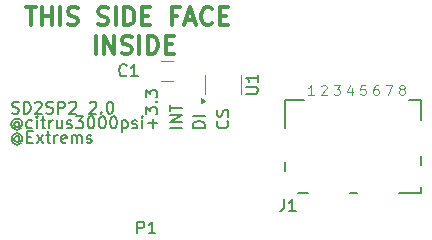
<source format=gto>
G04 #@! TF.GenerationSoftware,KiCad,Pcbnew,8.0.2*
G04 #@! TF.CreationDate,2024-05-30T00:05:45-04:00*
G04 #@! TF.ProjectId,gc_sp2,67635f73-7032-42e6-9b69-6361645f7063,rev?*
G04 #@! TF.SameCoordinates,Original*
G04 #@! TF.FileFunction,Legend,Top*
G04 #@! TF.FilePolarity,Positive*
%FSLAX46Y46*%
G04 Gerber Fmt 4.6, Leading zero omitted, Abs format (unit mm)*
G04 Created by KiCad (PCBNEW 8.0.2) date 2024-05-30 00:05:45*
%MOMM*%
%LPD*%
G01*
G04 APERTURE LIST*
%ADD10C,0.300000*%
%ADD11C,0.100000*%
%ADD12C,0.150000*%
%ADD13C,0.120000*%
%ADD14C,0.152400*%
G04 APERTURE END LIST*
D10*
X64785715Y-101970870D02*
X65642858Y-101970870D01*
X65214286Y-103470870D02*
X65214286Y-101970870D01*
X66142857Y-103470870D02*
X66142857Y-101970870D01*
X66142857Y-102685156D02*
X67000000Y-102685156D01*
X67000000Y-103470870D02*
X67000000Y-101970870D01*
X67714286Y-103470870D02*
X67714286Y-101970870D01*
X68357144Y-103399442D02*
X68571430Y-103470870D01*
X68571430Y-103470870D02*
X68928572Y-103470870D01*
X68928572Y-103470870D02*
X69071430Y-103399442D01*
X69071430Y-103399442D02*
X69142858Y-103328013D01*
X69142858Y-103328013D02*
X69214287Y-103185156D01*
X69214287Y-103185156D02*
X69214287Y-103042299D01*
X69214287Y-103042299D02*
X69142858Y-102899442D01*
X69142858Y-102899442D02*
X69071430Y-102828013D01*
X69071430Y-102828013D02*
X68928572Y-102756584D01*
X68928572Y-102756584D02*
X68642858Y-102685156D01*
X68642858Y-102685156D02*
X68500001Y-102613727D01*
X68500001Y-102613727D02*
X68428572Y-102542299D01*
X68428572Y-102542299D02*
X68357144Y-102399442D01*
X68357144Y-102399442D02*
X68357144Y-102256584D01*
X68357144Y-102256584D02*
X68428572Y-102113727D01*
X68428572Y-102113727D02*
X68500001Y-102042299D01*
X68500001Y-102042299D02*
X68642858Y-101970870D01*
X68642858Y-101970870D02*
X69000001Y-101970870D01*
X69000001Y-101970870D02*
X69214287Y-102042299D01*
X70928572Y-103399442D02*
X71142858Y-103470870D01*
X71142858Y-103470870D02*
X71500000Y-103470870D01*
X71500000Y-103470870D02*
X71642858Y-103399442D01*
X71642858Y-103399442D02*
X71714286Y-103328013D01*
X71714286Y-103328013D02*
X71785715Y-103185156D01*
X71785715Y-103185156D02*
X71785715Y-103042299D01*
X71785715Y-103042299D02*
X71714286Y-102899442D01*
X71714286Y-102899442D02*
X71642858Y-102828013D01*
X71642858Y-102828013D02*
X71500000Y-102756584D01*
X71500000Y-102756584D02*
X71214286Y-102685156D01*
X71214286Y-102685156D02*
X71071429Y-102613727D01*
X71071429Y-102613727D02*
X71000000Y-102542299D01*
X71000000Y-102542299D02*
X70928572Y-102399442D01*
X70928572Y-102399442D02*
X70928572Y-102256584D01*
X70928572Y-102256584D02*
X71000000Y-102113727D01*
X71000000Y-102113727D02*
X71071429Y-102042299D01*
X71071429Y-102042299D02*
X71214286Y-101970870D01*
X71214286Y-101970870D02*
X71571429Y-101970870D01*
X71571429Y-101970870D02*
X71785715Y-102042299D01*
X72428571Y-103470870D02*
X72428571Y-101970870D01*
X73142857Y-103470870D02*
X73142857Y-101970870D01*
X73142857Y-101970870D02*
X73500000Y-101970870D01*
X73500000Y-101970870D02*
X73714286Y-102042299D01*
X73714286Y-102042299D02*
X73857143Y-102185156D01*
X73857143Y-102185156D02*
X73928572Y-102328013D01*
X73928572Y-102328013D02*
X74000000Y-102613727D01*
X74000000Y-102613727D02*
X74000000Y-102828013D01*
X74000000Y-102828013D02*
X73928572Y-103113727D01*
X73928572Y-103113727D02*
X73857143Y-103256584D01*
X73857143Y-103256584D02*
X73714286Y-103399442D01*
X73714286Y-103399442D02*
X73500000Y-103470870D01*
X73500000Y-103470870D02*
X73142857Y-103470870D01*
X74642857Y-102685156D02*
X75142857Y-102685156D01*
X75357143Y-103470870D02*
X74642857Y-103470870D01*
X74642857Y-103470870D02*
X74642857Y-101970870D01*
X74642857Y-101970870D02*
X75357143Y-101970870D01*
X77642857Y-102685156D02*
X77142857Y-102685156D01*
X77142857Y-103470870D02*
X77142857Y-101970870D01*
X77142857Y-101970870D02*
X77857143Y-101970870D01*
X78357143Y-103042299D02*
X79071429Y-103042299D01*
X78214286Y-103470870D02*
X78714286Y-101970870D01*
X78714286Y-101970870D02*
X79214286Y-103470870D01*
X80571428Y-103328013D02*
X80500000Y-103399442D01*
X80500000Y-103399442D02*
X80285714Y-103470870D01*
X80285714Y-103470870D02*
X80142857Y-103470870D01*
X80142857Y-103470870D02*
X79928571Y-103399442D01*
X79928571Y-103399442D02*
X79785714Y-103256584D01*
X79785714Y-103256584D02*
X79714285Y-103113727D01*
X79714285Y-103113727D02*
X79642857Y-102828013D01*
X79642857Y-102828013D02*
X79642857Y-102613727D01*
X79642857Y-102613727D02*
X79714285Y-102328013D01*
X79714285Y-102328013D02*
X79785714Y-102185156D01*
X79785714Y-102185156D02*
X79928571Y-102042299D01*
X79928571Y-102042299D02*
X80142857Y-101970870D01*
X80142857Y-101970870D02*
X80285714Y-101970870D01*
X80285714Y-101970870D02*
X80500000Y-102042299D01*
X80500000Y-102042299D02*
X80571428Y-102113727D01*
X81214285Y-102685156D02*
X81714285Y-102685156D01*
X81928571Y-103470870D02*
X81214285Y-103470870D01*
X81214285Y-103470870D02*
X81214285Y-101970870D01*
X81214285Y-101970870D02*
X81928571Y-101970870D01*
X70714285Y-105885786D02*
X70714285Y-104385786D01*
X71428571Y-105885786D02*
X71428571Y-104385786D01*
X71428571Y-104385786D02*
X72285714Y-105885786D01*
X72285714Y-105885786D02*
X72285714Y-104385786D01*
X72928572Y-105814358D02*
X73142858Y-105885786D01*
X73142858Y-105885786D02*
X73500000Y-105885786D01*
X73500000Y-105885786D02*
X73642858Y-105814358D01*
X73642858Y-105814358D02*
X73714286Y-105742929D01*
X73714286Y-105742929D02*
X73785715Y-105600072D01*
X73785715Y-105600072D02*
X73785715Y-105457215D01*
X73785715Y-105457215D02*
X73714286Y-105314358D01*
X73714286Y-105314358D02*
X73642858Y-105242929D01*
X73642858Y-105242929D02*
X73500000Y-105171500D01*
X73500000Y-105171500D02*
X73214286Y-105100072D01*
X73214286Y-105100072D02*
X73071429Y-105028643D01*
X73071429Y-105028643D02*
X73000000Y-104957215D01*
X73000000Y-104957215D02*
X72928572Y-104814358D01*
X72928572Y-104814358D02*
X72928572Y-104671500D01*
X72928572Y-104671500D02*
X73000000Y-104528643D01*
X73000000Y-104528643D02*
X73071429Y-104457215D01*
X73071429Y-104457215D02*
X73214286Y-104385786D01*
X73214286Y-104385786D02*
X73571429Y-104385786D01*
X73571429Y-104385786D02*
X73785715Y-104457215D01*
X74428571Y-105885786D02*
X74428571Y-104385786D01*
X75142857Y-105885786D02*
X75142857Y-104385786D01*
X75142857Y-104385786D02*
X75500000Y-104385786D01*
X75500000Y-104385786D02*
X75714286Y-104457215D01*
X75714286Y-104457215D02*
X75857143Y-104600072D01*
X75857143Y-104600072D02*
X75928572Y-104742929D01*
X75928572Y-104742929D02*
X76000000Y-105028643D01*
X76000000Y-105028643D02*
X76000000Y-105242929D01*
X76000000Y-105242929D02*
X75928572Y-105528643D01*
X75928572Y-105528643D02*
X75857143Y-105671500D01*
X75857143Y-105671500D02*
X75714286Y-105814358D01*
X75714286Y-105814358D02*
X75500000Y-105885786D01*
X75500000Y-105885786D02*
X75142857Y-105885786D01*
X76642857Y-105100072D02*
X77142857Y-105100072D01*
X77357143Y-105885786D02*
X76642857Y-105885786D01*
X76642857Y-105885786D02*
X76642857Y-104385786D01*
X76642857Y-104385786D02*
X77357143Y-104385786D01*
D11*
X89178571Y-109364895D02*
X88721428Y-109364895D01*
X88950000Y-109364895D02*
X88950000Y-108564895D01*
X88950000Y-108564895D02*
X88873809Y-108679180D01*
X88873809Y-108679180D02*
X88797619Y-108755371D01*
X88797619Y-108755371D02*
X88721428Y-108793466D01*
X89821428Y-108641085D02*
X89859524Y-108602990D01*
X89859524Y-108602990D02*
X89935714Y-108564895D01*
X89935714Y-108564895D02*
X90126190Y-108564895D01*
X90126190Y-108564895D02*
X90202381Y-108602990D01*
X90202381Y-108602990D02*
X90240476Y-108641085D01*
X90240476Y-108641085D02*
X90278571Y-108717276D01*
X90278571Y-108717276D02*
X90278571Y-108793466D01*
X90278571Y-108793466D02*
X90240476Y-108907752D01*
X90240476Y-108907752D02*
X89783333Y-109364895D01*
X89783333Y-109364895D02*
X90278571Y-109364895D01*
X90883333Y-108564895D02*
X91378571Y-108564895D01*
X91378571Y-108564895D02*
X91111905Y-108869657D01*
X91111905Y-108869657D02*
X91226190Y-108869657D01*
X91226190Y-108869657D02*
X91302381Y-108907752D01*
X91302381Y-108907752D02*
X91340476Y-108945847D01*
X91340476Y-108945847D02*
X91378571Y-109022038D01*
X91378571Y-109022038D02*
X91378571Y-109212514D01*
X91378571Y-109212514D02*
X91340476Y-109288704D01*
X91340476Y-109288704D02*
X91302381Y-109326800D01*
X91302381Y-109326800D02*
X91226190Y-109364895D01*
X91226190Y-109364895D02*
X90997619Y-109364895D01*
X90997619Y-109364895D02*
X90921428Y-109326800D01*
X90921428Y-109326800D02*
X90883333Y-109288704D01*
X92402381Y-108831561D02*
X92402381Y-109364895D01*
X92211905Y-108526800D02*
X92021428Y-109098228D01*
X92021428Y-109098228D02*
X92516667Y-109098228D01*
X93540476Y-108564895D02*
X93159524Y-108564895D01*
X93159524Y-108564895D02*
X93121428Y-108945847D01*
X93121428Y-108945847D02*
X93159524Y-108907752D01*
X93159524Y-108907752D02*
X93235714Y-108869657D01*
X93235714Y-108869657D02*
X93426190Y-108869657D01*
X93426190Y-108869657D02*
X93502381Y-108907752D01*
X93502381Y-108907752D02*
X93540476Y-108945847D01*
X93540476Y-108945847D02*
X93578571Y-109022038D01*
X93578571Y-109022038D02*
X93578571Y-109212514D01*
X93578571Y-109212514D02*
X93540476Y-109288704D01*
X93540476Y-109288704D02*
X93502381Y-109326800D01*
X93502381Y-109326800D02*
X93426190Y-109364895D01*
X93426190Y-109364895D02*
X93235714Y-109364895D01*
X93235714Y-109364895D02*
X93159524Y-109326800D01*
X93159524Y-109326800D02*
X93121428Y-109288704D01*
X94602381Y-108564895D02*
X94450000Y-108564895D01*
X94450000Y-108564895D02*
X94373809Y-108602990D01*
X94373809Y-108602990D02*
X94335714Y-108641085D01*
X94335714Y-108641085D02*
X94259524Y-108755371D01*
X94259524Y-108755371D02*
X94221428Y-108907752D01*
X94221428Y-108907752D02*
X94221428Y-109212514D01*
X94221428Y-109212514D02*
X94259524Y-109288704D01*
X94259524Y-109288704D02*
X94297619Y-109326800D01*
X94297619Y-109326800D02*
X94373809Y-109364895D01*
X94373809Y-109364895D02*
X94526190Y-109364895D01*
X94526190Y-109364895D02*
X94602381Y-109326800D01*
X94602381Y-109326800D02*
X94640476Y-109288704D01*
X94640476Y-109288704D02*
X94678571Y-109212514D01*
X94678571Y-109212514D02*
X94678571Y-109022038D01*
X94678571Y-109022038D02*
X94640476Y-108945847D01*
X94640476Y-108945847D02*
X94602381Y-108907752D01*
X94602381Y-108907752D02*
X94526190Y-108869657D01*
X94526190Y-108869657D02*
X94373809Y-108869657D01*
X94373809Y-108869657D02*
X94297619Y-108907752D01*
X94297619Y-108907752D02*
X94259524Y-108945847D01*
X94259524Y-108945847D02*
X94221428Y-109022038D01*
X95283333Y-108564895D02*
X95816667Y-108564895D01*
X95816667Y-108564895D02*
X95473809Y-109364895D01*
D12*
X79954819Y-112163220D02*
X78954819Y-112163220D01*
X78954819Y-112163220D02*
X78954819Y-111925125D01*
X78954819Y-111925125D02*
X79002438Y-111782268D01*
X79002438Y-111782268D02*
X79097676Y-111687030D01*
X79097676Y-111687030D02*
X79192914Y-111639411D01*
X79192914Y-111639411D02*
X79383390Y-111591792D01*
X79383390Y-111591792D02*
X79526247Y-111591792D01*
X79526247Y-111591792D02*
X79716723Y-111639411D01*
X79716723Y-111639411D02*
X79811961Y-111687030D01*
X79811961Y-111687030D02*
X79907200Y-111782268D01*
X79907200Y-111782268D02*
X79954819Y-111925125D01*
X79954819Y-111925125D02*
X79954819Y-112163220D01*
X79954819Y-111163220D02*
X78954819Y-111163220D01*
X78054819Y-112163220D02*
X77054819Y-112163220D01*
X78054819Y-111687030D02*
X77054819Y-111687030D01*
X77054819Y-111687030D02*
X78054819Y-111115602D01*
X78054819Y-111115602D02*
X77054819Y-111115602D01*
X77054819Y-110782268D02*
X77054819Y-110210840D01*
X78054819Y-110496554D02*
X77054819Y-110496554D01*
X75573866Y-112163220D02*
X75573866Y-111401316D01*
X75954819Y-111782268D02*
X75192914Y-111782268D01*
X74954819Y-111020363D02*
X74954819Y-110401316D01*
X74954819Y-110401316D02*
X75335771Y-110734649D01*
X75335771Y-110734649D02*
X75335771Y-110591792D01*
X75335771Y-110591792D02*
X75383390Y-110496554D01*
X75383390Y-110496554D02*
X75431009Y-110448935D01*
X75431009Y-110448935D02*
X75526247Y-110401316D01*
X75526247Y-110401316D02*
X75764342Y-110401316D01*
X75764342Y-110401316D02*
X75859580Y-110448935D01*
X75859580Y-110448935D02*
X75907200Y-110496554D01*
X75907200Y-110496554D02*
X75954819Y-110591792D01*
X75954819Y-110591792D02*
X75954819Y-110877506D01*
X75954819Y-110877506D02*
X75907200Y-110972744D01*
X75907200Y-110972744D02*
X75859580Y-111020363D01*
X75859580Y-109972744D02*
X75907200Y-109925125D01*
X75907200Y-109925125D02*
X75954819Y-109972744D01*
X75954819Y-109972744D02*
X75907200Y-110020363D01*
X75907200Y-110020363D02*
X75859580Y-109972744D01*
X75859580Y-109972744D02*
X75954819Y-109972744D01*
X74954819Y-109591792D02*
X74954819Y-108972745D01*
X74954819Y-108972745D02*
X75335771Y-109306078D01*
X75335771Y-109306078D02*
X75335771Y-109163221D01*
X75335771Y-109163221D02*
X75383390Y-109067983D01*
X75383390Y-109067983D02*
X75431009Y-109020364D01*
X75431009Y-109020364D02*
X75526247Y-108972745D01*
X75526247Y-108972745D02*
X75764342Y-108972745D01*
X75764342Y-108972745D02*
X75859580Y-109020364D01*
X75859580Y-109020364D02*
X75907200Y-109067983D01*
X75907200Y-109067983D02*
X75954819Y-109163221D01*
X75954819Y-109163221D02*
X75954819Y-109448935D01*
X75954819Y-109448935D02*
X75907200Y-109544173D01*
X75907200Y-109544173D02*
X75859580Y-109591792D01*
X64234648Y-111728628D02*
X64187029Y-111681009D01*
X64187029Y-111681009D02*
X64091791Y-111633390D01*
X64091791Y-111633390D02*
X63996553Y-111633390D01*
X63996553Y-111633390D02*
X63901315Y-111681009D01*
X63901315Y-111681009D02*
X63853696Y-111728628D01*
X63853696Y-111728628D02*
X63806077Y-111823866D01*
X63806077Y-111823866D02*
X63806077Y-111919104D01*
X63806077Y-111919104D02*
X63853696Y-112014342D01*
X63853696Y-112014342D02*
X63901315Y-112061961D01*
X63901315Y-112061961D02*
X63996553Y-112109580D01*
X63996553Y-112109580D02*
X64091791Y-112109580D01*
X64091791Y-112109580D02*
X64187029Y-112061961D01*
X64187029Y-112061961D02*
X64234648Y-112014342D01*
X64234648Y-111633390D02*
X64234648Y-112014342D01*
X64234648Y-112014342D02*
X64282267Y-112061961D01*
X64282267Y-112061961D02*
X64329886Y-112061961D01*
X64329886Y-112061961D02*
X64425125Y-112014342D01*
X64425125Y-112014342D02*
X64472744Y-111919104D01*
X64472744Y-111919104D02*
X64472744Y-111681009D01*
X64472744Y-111681009D02*
X64377506Y-111538152D01*
X64377506Y-111538152D02*
X64234648Y-111442914D01*
X64234648Y-111442914D02*
X64044172Y-111395295D01*
X64044172Y-111395295D02*
X63853696Y-111442914D01*
X63853696Y-111442914D02*
X63710839Y-111538152D01*
X63710839Y-111538152D02*
X63615601Y-111681009D01*
X63615601Y-111681009D02*
X63567982Y-111871485D01*
X63567982Y-111871485D02*
X63615601Y-112061961D01*
X63615601Y-112061961D02*
X63710839Y-112204819D01*
X63710839Y-112204819D02*
X63853696Y-112300057D01*
X63853696Y-112300057D02*
X64044172Y-112347676D01*
X64044172Y-112347676D02*
X64234648Y-112300057D01*
X64234648Y-112300057D02*
X64377506Y-112204819D01*
X65329886Y-112157200D02*
X65234648Y-112204819D01*
X65234648Y-112204819D02*
X65044172Y-112204819D01*
X65044172Y-112204819D02*
X64948934Y-112157200D01*
X64948934Y-112157200D02*
X64901315Y-112109580D01*
X64901315Y-112109580D02*
X64853696Y-112014342D01*
X64853696Y-112014342D02*
X64853696Y-111728628D01*
X64853696Y-111728628D02*
X64901315Y-111633390D01*
X64901315Y-111633390D02*
X64948934Y-111585771D01*
X64948934Y-111585771D02*
X65044172Y-111538152D01*
X65044172Y-111538152D02*
X65234648Y-111538152D01*
X65234648Y-111538152D02*
X65329886Y-111585771D01*
X65758458Y-112204819D02*
X65758458Y-111538152D01*
X65758458Y-111204819D02*
X65710839Y-111252438D01*
X65710839Y-111252438D02*
X65758458Y-111300057D01*
X65758458Y-111300057D02*
X65806077Y-111252438D01*
X65806077Y-111252438D02*
X65758458Y-111204819D01*
X65758458Y-111204819D02*
X65758458Y-111300057D01*
X66091791Y-111538152D02*
X66472743Y-111538152D01*
X66234648Y-111204819D02*
X66234648Y-112061961D01*
X66234648Y-112061961D02*
X66282267Y-112157200D01*
X66282267Y-112157200D02*
X66377505Y-112204819D01*
X66377505Y-112204819D02*
X66472743Y-112204819D01*
X66806077Y-112204819D02*
X66806077Y-111538152D01*
X66806077Y-111728628D02*
X66853696Y-111633390D01*
X66853696Y-111633390D02*
X66901315Y-111585771D01*
X66901315Y-111585771D02*
X66996553Y-111538152D01*
X66996553Y-111538152D02*
X67091791Y-111538152D01*
X67853696Y-111538152D02*
X67853696Y-112204819D01*
X67425125Y-111538152D02*
X67425125Y-112061961D01*
X67425125Y-112061961D02*
X67472744Y-112157200D01*
X67472744Y-112157200D02*
X67567982Y-112204819D01*
X67567982Y-112204819D02*
X67710839Y-112204819D01*
X67710839Y-112204819D02*
X67806077Y-112157200D01*
X67806077Y-112157200D02*
X67853696Y-112109580D01*
X68282268Y-112157200D02*
X68377506Y-112204819D01*
X68377506Y-112204819D02*
X68567982Y-112204819D01*
X68567982Y-112204819D02*
X68663220Y-112157200D01*
X68663220Y-112157200D02*
X68710839Y-112061961D01*
X68710839Y-112061961D02*
X68710839Y-112014342D01*
X68710839Y-112014342D02*
X68663220Y-111919104D01*
X68663220Y-111919104D02*
X68567982Y-111871485D01*
X68567982Y-111871485D02*
X68425125Y-111871485D01*
X68425125Y-111871485D02*
X68329887Y-111823866D01*
X68329887Y-111823866D02*
X68282268Y-111728628D01*
X68282268Y-111728628D02*
X68282268Y-111681009D01*
X68282268Y-111681009D02*
X68329887Y-111585771D01*
X68329887Y-111585771D02*
X68425125Y-111538152D01*
X68425125Y-111538152D02*
X68567982Y-111538152D01*
X68567982Y-111538152D02*
X68663220Y-111585771D01*
X69044173Y-111204819D02*
X69663220Y-111204819D01*
X69663220Y-111204819D02*
X69329887Y-111585771D01*
X69329887Y-111585771D02*
X69472744Y-111585771D01*
X69472744Y-111585771D02*
X69567982Y-111633390D01*
X69567982Y-111633390D02*
X69615601Y-111681009D01*
X69615601Y-111681009D02*
X69663220Y-111776247D01*
X69663220Y-111776247D02*
X69663220Y-112014342D01*
X69663220Y-112014342D02*
X69615601Y-112109580D01*
X69615601Y-112109580D02*
X69567982Y-112157200D01*
X69567982Y-112157200D02*
X69472744Y-112204819D01*
X69472744Y-112204819D02*
X69187030Y-112204819D01*
X69187030Y-112204819D02*
X69091792Y-112157200D01*
X69091792Y-112157200D02*
X69044173Y-112109580D01*
X70282268Y-111204819D02*
X70377506Y-111204819D01*
X70377506Y-111204819D02*
X70472744Y-111252438D01*
X70472744Y-111252438D02*
X70520363Y-111300057D01*
X70520363Y-111300057D02*
X70567982Y-111395295D01*
X70567982Y-111395295D02*
X70615601Y-111585771D01*
X70615601Y-111585771D02*
X70615601Y-111823866D01*
X70615601Y-111823866D02*
X70567982Y-112014342D01*
X70567982Y-112014342D02*
X70520363Y-112109580D01*
X70520363Y-112109580D02*
X70472744Y-112157200D01*
X70472744Y-112157200D02*
X70377506Y-112204819D01*
X70377506Y-112204819D02*
X70282268Y-112204819D01*
X70282268Y-112204819D02*
X70187030Y-112157200D01*
X70187030Y-112157200D02*
X70139411Y-112109580D01*
X70139411Y-112109580D02*
X70091792Y-112014342D01*
X70091792Y-112014342D02*
X70044173Y-111823866D01*
X70044173Y-111823866D02*
X70044173Y-111585771D01*
X70044173Y-111585771D02*
X70091792Y-111395295D01*
X70091792Y-111395295D02*
X70139411Y-111300057D01*
X70139411Y-111300057D02*
X70187030Y-111252438D01*
X70187030Y-111252438D02*
X70282268Y-111204819D01*
X71234649Y-111204819D02*
X71329887Y-111204819D01*
X71329887Y-111204819D02*
X71425125Y-111252438D01*
X71425125Y-111252438D02*
X71472744Y-111300057D01*
X71472744Y-111300057D02*
X71520363Y-111395295D01*
X71520363Y-111395295D02*
X71567982Y-111585771D01*
X71567982Y-111585771D02*
X71567982Y-111823866D01*
X71567982Y-111823866D02*
X71520363Y-112014342D01*
X71520363Y-112014342D02*
X71472744Y-112109580D01*
X71472744Y-112109580D02*
X71425125Y-112157200D01*
X71425125Y-112157200D02*
X71329887Y-112204819D01*
X71329887Y-112204819D02*
X71234649Y-112204819D01*
X71234649Y-112204819D02*
X71139411Y-112157200D01*
X71139411Y-112157200D02*
X71091792Y-112109580D01*
X71091792Y-112109580D02*
X71044173Y-112014342D01*
X71044173Y-112014342D02*
X70996554Y-111823866D01*
X70996554Y-111823866D02*
X70996554Y-111585771D01*
X70996554Y-111585771D02*
X71044173Y-111395295D01*
X71044173Y-111395295D02*
X71091792Y-111300057D01*
X71091792Y-111300057D02*
X71139411Y-111252438D01*
X71139411Y-111252438D02*
X71234649Y-111204819D01*
X72187030Y-111204819D02*
X72282268Y-111204819D01*
X72282268Y-111204819D02*
X72377506Y-111252438D01*
X72377506Y-111252438D02*
X72425125Y-111300057D01*
X72425125Y-111300057D02*
X72472744Y-111395295D01*
X72472744Y-111395295D02*
X72520363Y-111585771D01*
X72520363Y-111585771D02*
X72520363Y-111823866D01*
X72520363Y-111823866D02*
X72472744Y-112014342D01*
X72472744Y-112014342D02*
X72425125Y-112109580D01*
X72425125Y-112109580D02*
X72377506Y-112157200D01*
X72377506Y-112157200D02*
X72282268Y-112204819D01*
X72282268Y-112204819D02*
X72187030Y-112204819D01*
X72187030Y-112204819D02*
X72091792Y-112157200D01*
X72091792Y-112157200D02*
X72044173Y-112109580D01*
X72044173Y-112109580D02*
X71996554Y-112014342D01*
X71996554Y-112014342D02*
X71948935Y-111823866D01*
X71948935Y-111823866D02*
X71948935Y-111585771D01*
X71948935Y-111585771D02*
X71996554Y-111395295D01*
X71996554Y-111395295D02*
X72044173Y-111300057D01*
X72044173Y-111300057D02*
X72091792Y-111252438D01*
X72091792Y-111252438D02*
X72187030Y-111204819D01*
X72948935Y-111538152D02*
X72948935Y-112538152D01*
X72948935Y-111585771D02*
X73044173Y-111538152D01*
X73044173Y-111538152D02*
X73234649Y-111538152D01*
X73234649Y-111538152D02*
X73329887Y-111585771D01*
X73329887Y-111585771D02*
X73377506Y-111633390D01*
X73377506Y-111633390D02*
X73425125Y-111728628D01*
X73425125Y-111728628D02*
X73425125Y-112014342D01*
X73425125Y-112014342D02*
X73377506Y-112109580D01*
X73377506Y-112109580D02*
X73329887Y-112157200D01*
X73329887Y-112157200D02*
X73234649Y-112204819D01*
X73234649Y-112204819D02*
X73044173Y-112204819D01*
X73044173Y-112204819D02*
X72948935Y-112157200D01*
X73806078Y-112157200D02*
X73901316Y-112204819D01*
X73901316Y-112204819D02*
X74091792Y-112204819D01*
X74091792Y-112204819D02*
X74187030Y-112157200D01*
X74187030Y-112157200D02*
X74234649Y-112061961D01*
X74234649Y-112061961D02*
X74234649Y-112014342D01*
X74234649Y-112014342D02*
X74187030Y-111919104D01*
X74187030Y-111919104D02*
X74091792Y-111871485D01*
X74091792Y-111871485D02*
X73948935Y-111871485D01*
X73948935Y-111871485D02*
X73853697Y-111823866D01*
X73853697Y-111823866D02*
X73806078Y-111728628D01*
X73806078Y-111728628D02*
X73806078Y-111681009D01*
X73806078Y-111681009D02*
X73853697Y-111585771D01*
X73853697Y-111585771D02*
X73948935Y-111538152D01*
X73948935Y-111538152D02*
X74091792Y-111538152D01*
X74091792Y-111538152D02*
X74187030Y-111585771D01*
X74663221Y-112204819D02*
X74663221Y-111538152D01*
X74663221Y-111204819D02*
X74615602Y-111252438D01*
X74615602Y-111252438D02*
X74663221Y-111300057D01*
X74663221Y-111300057D02*
X74710840Y-111252438D01*
X74710840Y-111252438D02*
X74663221Y-111204819D01*
X74663221Y-111204819D02*
X74663221Y-111300057D01*
X81859580Y-111591792D02*
X81907200Y-111639411D01*
X81907200Y-111639411D02*
X81954819Y-111782268D01*
X81954819Y-111782268D02*
X81954819Y-111877506D01*
X81954819Y-111877506D02*
X81907200Y-112020363D01*
X81907200Y-112020363D02*
X81811961Y-112115601D01*
X81811961Y-112115601D02*
X81716723Y-112163220D01*
X81716723Y-112163220D02*
X81526247Y-112210839D01*
X81526247Y-112210839D02*
X81383390Y-112210839D01*
X81383390Y-112210839D02*
X81192914Y-112163220D01*
X81192914Y-112163220D02*
X81097676Y-112115601D01*
X81097676Y-112115601D02*
X81002438Y-112020363D01*
X81002438Y-112020363D02*
X80954819Y-111877506D01*
X80954819Y-111877506D02*
X80954819Y-111782268D01*
X80954819Y-111782268D02*
X81002438Y-111639411D01*
X81002438Y-111639411D02*
X81050057Y-111591792D01*
X81907200Y-111210839D02*
X81954819Y-111067982D01*
X81954819Y-111067982D02*
X81954819Y-110829887D01*
X81954819Y-110829887D02*
X81907200Y-110734649D01*
X81907200Y-110734649D02*
X81859580Y-110687030D01*
X81859580Y-110687030D02*
X81764342Y-110639411D01*
X81764342Y-110639411D02*
X81669104Y-110639411D01*
X81669104Y-110639411D02*
X81573866Y-110687030D01*
X81573866Y-110687030D02*
X81526247Y-110734649D01*
X81526247Y-110734649D02*
X81478628Y-110829887D01*
X81478628Y-110829887D02*
X81431009Y-111020363D01*
X81431009Y-111020363D02*
X81383390Y-111115601D01*
X81383390Y-111115601D02*
X81335771Y-111163220D01*
X81335771Y-111163220D02*
X81240533Y-111210839D01*
X81240533Y-111210839D02*
X81145295Y-111210839D01*
X81145295Y-111210839D02*
X81050057Y-111163220D01*
X81050057Y-111163220D02*
X81002438Y-111115601D01*
X81002438Y-111115601D02*
X80954819Y-111020363D01*
X80954819Y-111020363D02*
X80954819Y-110782268D01*
X80954819Y-110782268D02*
X81002438Y-110639411D01*
D11*
X96573809Y-108907752D02*
X96497619Y-108869657D01*
X96497619Y-108869657D02*
X96459524Y-108831561D01*
X96459524Y-108831561D02*
X96421428Y-108755371D01*
X96421428Y-108755371D02*
X96421428Y-108717276D01*
X96421428Y-108717276D02*
X96459524Y-108641085D01*
X96459524Y-108641085D02*
X96497619Y-108602990D01*
X96497619Y-108602990D02*
X96573809Y-108564895D01*
X96573809Y-108564895D02*
X96726190Y-108564895D01*
X96726190Y-108564895D02*
X96802381Y-108602990D01*
X96802381Y-108602990D02*
X96840476Y-108641085D01*
X96840476Y-108641085D02*
X96878571Y-108717276D01*
X96878571Y-108717276D02*
X96878571Y-108755371D01*
X96878571Y-108755371D02*
X96840476Y-108831561D01*
X96840476Y-108831561D02*
X96802381Y-108869657D01*
X96802381Y-108869657D02*
X96726190Y-108907752D01*
X96726190Y-108907752D02*
X96573809Y-108907752D01*
X96573809Y-108907752D02*
X96497619Y-108945847D01*
X96497619Y-108945847D02*
X96459524Y-108983942D01*
X96459524Y-108983942D02*
X96421428Y-109060133D01*
X96421428Y-109060133D02*
X96421428Y-109212514D01*
X96421428Y-109212514D02*
X96459524Y-109288704D01*
X96459524Y-109288704D02*
X96497619Y-109326800D01*
X96497619Y-109326800D02*
X96573809Y-109364895D01*
X96573809Y-109364895D02*
X96726190Y-109364895D01*
X96726190Y-109364895D02*
X96802381Y-109326800D01*
X96802381Y-109326800D02*
X96840476Y-109288704D01*
X96840476Y-109288704D02*
X96878571Y-109212514D01*
X96878571Y-109212514D02*
X96878571Y-109060133D01*
X96878571Y-109060133D02*
X96840476Y-108983942D01*
X96840476Y-108983942D02*
X96802381Y-108945847D01*
X96802381Y-108945847D02*
X96726190Y-108907752D01*
D12*
X63639411Y-110907200D02*
X63782268Y-110954819D01*
X63782268Y-110954819D02*
X64020363Y-110954819D01*
X64020363Y-110954819D02*
X64115601Y-110907200D01*
X64115601Y-110907200D02*
X64163220Y-110859580D01*
X64163220Y-110859580D02*
X64210839Y-110764342D01*
X64210839Y-110764342D02*
X64210839Y-110669104D01*
X64210839Y-110669104D02*
X64163220Y-110573866D01*
X64163220Y-110573866D02*
X64115601Y-110526247D01*
X64115601Y-110526247D02*
X64020363Y-110478628D01*
X64020363Y-110478628D02*
X63829887Y-110431009D01*
X63829887Y-110431009D02*
X63734649Y-110383390D01*
X63734649Y-110383390D02*
X63687030Y-110335771D01*
X63687030Y-110335771D02*
X63639411Y-110240533D01*
X63639411Y-110240533D02*
X63639411Y-110145295D01*
X63639411Y-110145295D02*
X63687030Y-110050057D01*
X63687030Y-110050057D02*
X63734649Y-110002438D01*
X63734649Y-110002438D02*
X63829887Y-109954819D01*
X63829887Y-109954819D02*
X64067982Y-109954819D01*
X64067982Y-109954819D02*
X64210839Y-110002438D01*
X64639411Y-110954819D02*
X64639411Y-109954819D01*
X64639411Y-109954819D02*
X64877506Y-109954819D01*
X64877506Y-109954819D02*
X65020363Y-110002438D01*
X65020363Y-110002438D02*
X65115601Y-110097676D01*
X65115601Y-110097676D02*
X65163220Y-110192914D01*
X65163220Y-110192914D02*
X65210839Y-110383390D01*
X65210839Y-110383390D02*
X65210839Y-110526247D01*
X65210839Y-110526247D02*
X65163220Y-110716723D01*
X65163220Y-110716723D02*
X65115601Y-110811961D01*
X65115601Y-110811961D02*
X65020363Y-110907200D01*
X65020363Y-110907200D02*
X64877506Y-110954819D01*
X64877506Y-110954819D02*
X64639411Y-110954819D01*
X65591792Y-110050057D02*
X65639411Y-110002438D01*
X65639411Y-110002438D02*
X65734649Y-109954819D01*
X65734649Y-109954819D02*
X65972744Y-109954819D01*
X65972744Y-109954819D02*
X66067982Y-110002438D01*
X66067982Y-110002438D02*
X66115601Y-110050057D01*
X66115601Y-110050057D02*
X66163220Y-110145295D01*
X66163220Y-110145295D02*
X66163220Y-110240533D01*
X66163220Y-110240533D02*
X66115601Y-110383390D01*
X66115601Y-110383390D02*
X65544173Y-110954819D01*
X65544173Y-110954819D02*
X66163220Y-110954819D01*
X66544173Y-110907200D02*
X66687030Y-110954819D01*
X66687030Y-110954819D02*
X66925125Y-110954819D01*
X66925125Y-110954819D02*
X67020363Y-110907200D01*
X67020363Y-110907200D02*
X67067982Y-110859580D01*
X67067982Y-110859580D02*
X67115601Y-110764342D01*
X67115601Y-110764342D02*
X67115601Y-110669104D01*
X67115601Y-110669104D02*
X67067982Y-110573866D01*
X67067982Y-110573866D02*
X67020363Y-110526247D01*
X67020363Y-110526247D02*
X66925125Y-110478628D01*
X66925125Y-110478628D02*
X66734649Y-110431009D01*
X66734649Y-110431009D02*
X66639411Y-110383390D01*
X66639411Y-110383390D02*
X66591792Y-110335771D01*
X66591792Y-110335771D02*
X66544173Y-110240533D01*
X66544173Y-110240533D02*
X66544173Y-110145295D01*
X66544173Y-110145295D02*
X66591792Y-110050057D01*
X66591792Y-110050057D02*
X66639411Y-110002438D01*
X66639411Y-110002438D02*
X66734649Y-109954819D01*
X66734649Y-109954819D02*
X66972744Y-109954819D01*
X66972744Y-109954819D02*
X67115601Y-110002438D01*
X67544173Y-110954819D02*
X67544173Y-109954819D01*
X67544173Y-109954819D02*
X67925125Y-109954819D01*
X67925125Y-109954819D02*
X68020363Y-110002438D01*
X68020363Y-110002438D02*
X68067982Y-110050057D01*
X68067982Y-110050057D02*
X68115601Y-110145295D01*
X68115601Y-110145295D02*
X68115601Y-110288152D01*
X68115601Y-110288152D02*
X68067982Y-110383390D01*
X68067982Y-110383390D02*
X68020363Y-110431009D01*
X68020363Y-110431009D02*
X67925125Y-110478628D01*
X67925125Y-110478628D02*
X67544173Y-110478628D01*
X68496554Y-110050057D02*
X68544173Y-110002438D01*
X68544173Y-110002438D02*
X68639411Y-109954819D01*
X68639411Y-109954819D02*
X68877506Y-109954819D01*
X68877506Y-109954819D02*
X68972744Y-110002438D01*
X68972744Y-110002438D02*
X69020363Y-110050057D01*
X69020363Y-110050057D02*
X69067982Y-110145295D01*
X69067982Y-110145295D02*
X69067982Y-110240533D01*
X69067982Y-110240533D02*
X69020363Y-110383390D01*
X69020363Y-110383390D02*
X68448935Y-110954819D01*
X68448935Y-110954819D02*
X69067982Y-110954819D01*
X70210840Y-110050057D02*
X70258459Y-110002438D01*
X70258459Y-110002438D02*
X70353697Y-109954819D01*
X70353697Y-109954819D02*
X70591792Y-109954819D01*
X70591792Y-109954819D02*
X70687030Y-110002438D01*
X70687030Y-110002438D02*
X70734649Y-110050057D01*
X70734649Y-110050057D02*
X70782268Y-110145295D01*
X70782268Y-110145295D02*
X70782268Y-110240533D01*
X70782268Y-110240533D02*
X70734649Y-110383390D01*
X70734649Y-110383390D02*
X70163221Y-110954819D01*
X70163221Y-110954819D02*
X70782268Y-110954819D01*
X71210840Y-110859580D02*
X71258459Y-110907200D01*
X71258459Y-110907200D02*
X71210840Y-110954819D01*
X71210840Y-110954819D02*
X71163221Y-110907200D01*
X71163221Y-110907200D02*
X71210840Y-110859580D01*
X71210840Y-110859580D02*
X71210840Y-110954819D01*
X71877506Y-109954819D02*
X71972744Y-109954819D01*
X71972744Y-109954819D02*
X72067982Y-110002438D01*
X72067982Y-110002438D02*
X72115601Y-110050057D01*
X72115601Y-110050057D02*
X72163220Y-110145295D01*
X72163220Y-110145295D02*
X72210839Y-110335771D01*
X72210839Y-110335771D02*
X72210839Y-110573866D01*
X72210839Y-110573866D02*
X72163220Y-110764342D01*
X72163220Y-110764342D02*
X72115601Y-110859580D01*
X72115601Y-110859580D02*
X72067982Y-110907200D01*
X72067982Y-110907200D02*
X71972744Y-110954819D01*
X71972744Y-110954819D02*
X71877506Y-110954819D01*
X71877506Y-110954819D02*
X71782268Y-110907200D01*
X71782268Y-110907200D02*
X71734649Y-110859580D01*
X71734649Y-110859580D02*
X71687030Y-110764342D01*
X71687030Y-110764342D02*
X71639411Y-110573866D01*
X71639411Y-110573866D02*
X71639411Y-110335771D01*
X71639411Y-110335771D02*
X71687030Y-110145295D01*
X71687030Y-110145295D02*
X71734649Y-110050057D01*
X71734649Y-110050057D02*
X71782268Y-110002438D01*
X71782268Y-110002438D02*
X71877506Y-109954819D01*
X64261904Y-112978628D02*
X64214285Y-112931009D01*
X64214285Y-112931009D02*
X64119047Y-112883390D01*
X64119047Y-112883390D02*
X64023809Y-112883390D01*
X64023809Y-112883390D02*
X63928571Y-112931009D01*
X63928571Y-112931009D02*
X63880952Y-112978628D01*
X63880952Y-112978628D02*
X63833333Y-113073866D01*
X63833333Y-113073866D02*
X63833333Y-113169104D01*
X63833333Y-113169104D02*
X63880952Y-113264342D01*
X63880952Y-113264342D02*
X63928571Y-113311961D01*
X63928571Y-113311961D02*
X64023809Y-113359580D01*
X64023809Y-113359580D02*
X64119047Y-113359580D01*
X64119047Y-113359580D02*
X64214285Y-113311961D01*
X64214285Y-113311961D02*
X64261904Y-113264342D01*
X64261904Y-112883390D02*
X64261904Y-113264342D01*
X64261904Y-113264342D02*
X64309523Y-113311961D01*
X64309523Y-113311961D02*
X64357142Y-113311961D01*
X64357142Y-113311961D02*
X64452381Y-113264342D01*
X64452381Y-113264342D02*
X64500000Y-113169104D01*
X64500000Y-113169104D02*
X64500000Y-112931009D01*
X64500000Y-112931009D02*
X64404762Y-112788152D01*
X64404762Y-112788152D02*
X64261904Y-112692914D01*
X64261904Y-112692914D02*
X64071428Y-112645295D01*
X64071428Y-112645295D02*
X63880952Y-112692914D01*
X63880952Y-112692914D02*
X63738095Y-112788152D01*
X63738095Y-112788152D02*
X63642857Y-112931009D01*
X63642857Y-112931009D02*
X63595238Y-113121485D01*
X63595238Y-113121485D02*
X63642857Y-113311961D01*
X63642857Y-113311961D02*
X63738095Y-113454819D01*
X63738095Y-113454819D02*
X63880952Y-113550057D01*
X63880952Y-113550057D02*
X64071428Y-113597676D01*
X64071428Y-113597676D02*
X64261904Y-113550057D01*
X64261904Y-113550057D02*
X64404762Y-113454819D01*
X64928571Y-112931009D02*
X65261904Y-112931009D01*
X65404761Y-113454819D02*
X64928571Y-113454819D01*
X64928571Y-113454819D02*
X64928571Y-112454819D01*
X64928571Y-112454819D02*
X65404761Y-112454819D01*
X65738095Y-113454819D02*
X66261904Y-112788152D01*
X65738095Y-112788152D02*
X66261904Y-113454819D01*
X66500000Y-112788152D02*
X66880952Y-112788152D01*
X66642857Y-112454819D02*
X66642857Y-113311961D01*
X66642857Y-113311961D02*
X66690476Y-113407200D01*
X66690476Y-113407200D02*
X66785714Y-113454819D01*
X66785714Y-113454819D02*
X66880952Y-113454819D01*
X67214286Y-113454819D02*
X67214286Y-112788152D01*
X67214286Y-112978628D02*
X67261905Y-112883390D01*
X67261905Y-112883390D02*
X67309524Y-112835771D01*
X67309524Y-112835771D02*
X67404762Y-112788152D01*
X67404762Y-112788152D02*
X67500000Y-112788152D01*
X68214286Y-113407200D02*
X68119048Y-113454819D01*
X68119048Y-113454819D02*
X67928572Y-113454819D01*
X67928572Y-113454819D02*
X67833334Y-113407200D01*
X67833334Y-113407200D02*
X67785715Y-113311961D01*
X67785715Y-113311961D02*
X67785715Y-112931009D01*
X67785715Y-112931009D02*
X67833334Y-112835771D01*
X67833334Y-112835771D02*
X67928572Y-112788152D01*
X67928572Y-112788152D02*
X68119048Y-112788152D01*
X68119048Y-112788152D02*
X68214286Y-112835771D01*
X68214286Y-112835771D02*
X68261905Y-112931009D01*
X68261905Y-112931009D02*
X68261905Y-113026247D01*
X68261905Y-113026247D02*
X67785715Y-113121485D01*
X68690477Y-113454819D02*
X68690477Y-112788152D01*
X68690477Y-112883390D02*
X68738096Y-112835771D01*
X68738096Y-112835771D02*
X68833334Y-112788152D01*
X68833334Y-112788152D02*
X68976191Y-112788152D01*
X68976191Y-112788152D02*
X69071429Y-112835771D01*
X69071429Y-112835771D02*
X69119048Y-112931009D01*
X69119048Y-112931009D02*
X69119048Y-113454819D01*
X69119048Y-112931009D02*
X69166667Y-112835771D01*
X69166667Y-112835771D02*
X69261905Y-112788152D01*
X69261905Y-112788152D02*
X69404762Y-112788152D01*
X69404762Y-112788152D02*
X69500001Y-112835771D01*
X69500001Y-112835771D02*
X69547620Y-112931009D01*
X69547620Y-112931009D02*
X69547620Y-113454819D01*
X69976191Y-113407200D02*
X70071429Y-113454819D01*
X70071429Y-113454819D02*
X70261905Y-113454819D01*
X70261905Y-113454819D02*
X70357143Y-113407200D01*
X70357143Y-113407200D02*
X70404762Y-113311961D01*
X70404762Y-113311961D02*
X70404762Y-113264342D01*
X70404762Y-113264342D02*
X70357143Y-113169104D01*
X70357143Y-113169104D02*
X70261905Y-113121485D01*
X70261905Y-113121485D02*
X70119048Y-113121485D01*
X70119048Y-113121485D02*
X70023810Y-113073866D01*
X70023810Y-113073866D02*
X69976191Y-112978628D01*
X69976191Y-112978628D02*
X69976191Y-112931009D01*
X69976191Y-112931009D02*
X70023810Y-112835771D01*
X70023810Y-112835771D02*
X70119048Y-112788152D01*
X70119048Y-112788152D02*
X70261905Y-112788152D01*
X70261905Y-112788152D02*
X70357143Y-112835771D01*
X74261905Y-121104819D02*
X74261905Y-120104819D01*
X74261905Y-120104819D02*
X74642857Y-120104819D01*
X74642857Y-120104819D02*
X74738095Y-120152438D01*
X74738095Y-120152438D02*
X74785714Y-120200057D01*
X74785714Y-120200057D02*
X74833333Y-120295295D01*
X74833333Y-120295295D02*
X74833333Y-120438152D01*
X74833333Y-120438152D02*
X74785714Y-120533390D01*
X74785714Y-120533390D02*
X74738095Y-120581009D01*
X74738095Y-120581009D02*
X74642857Y-120628628D01*
X74642857Y-120628628D02*
X74261905Y-120628628D01*
X75785714Y-121104819D02*
X75214286Y-121104819D01*
X75500000Y-121104819D02*
X75500000Y-120104819D01*
X75500000Y-120104819D02*
X75404762Y-120247676D01*
X75404762Y-120247676D02*
X75309524Y-120342914D01*
X75309524Y-120342914D02*
X75214286Y-120390533D01*
X73333333Y-107709580D02*
X73285714Y-107757200D01*
X73285714Y-107757200D02*
X73142857Y-107804819D01*
X73142857Y-107804819D02*
X73047619Y-107804819D01*
X73047619Y-107804819D02*
X72904762Y-107757200D01*
X72904762Y-107757200D02*
X72809524Y-107661961D01*
X72809524Y-107661961D02*
X72761905Y-107566723D01*
X72761905Y-107566723D02*
X72714286Y-107376247D01*
X72714286Y-107376247D02*
X72714286Y-107233390D01*
X72714286Y-107233390D02*
X72761905Y-107042914D01*
X72761905Y-107042914D02*
X72809524Y-106947676D01*
X72809524Y-106947676D02*
X72904762Y-106852438D01*
X72904762Y-106852438D02*
X73047619Y-106804819D01*
X73047619Y-106804819D02*
X73142857Y-106804819D01*
X73142857Y-106804819D02*
X73285714Y-106852438D01*
X73285714Y-106852438D02*
X73333333Y-106900057D01*
X74285714Y-107804819D02*
X73714286Y-107804819D01*
X74000000Y-107804819D02*
X74000000Y-106804819D01*
X74000000Y-106804819D02*
X73904762Y-106947676D01*
X73904762Y-106947676D02*
X73809524Y-107042914D01*
X73809524Y-107042914D02*
X73714286Y-107090533D01*
X86666666Y-118204819D02*
X86666666Y-118919104D01*
X86666666Y-118919104D02*
X86619047Y-119061961D01*
X86619047Y-119061961D02*
X86523809Y-119157200D01*
X86523809Y-119157200D02*
X86380952Y-119204819D01*
X86380952Y-119204819D02*
X86285714Y-119204819D01*
X87666666Y-119204819D02*
X87095238Y-119204819D01*
X87380952Y-119204819D02*
X87380952Y-118204819D01*
X87380952Y-118204819D02*
X87285714Y-118347676D01*
X87285714Y-118347676D02*
X87190476Y-118442914D01*
X87190476Y-118442914D02*
X87095238Y-118490533D01*
X83454819Y-109261904D02*
X84264342Y-109261904D01*
X84264342Y-109261904D02*
X84359580Y-109214285D01*
X84359580Y-109214285D02*
X84407200Y-109166666D01*
X84407200Y-109166666D02*
X84454819Y-109071428D01*
X84454819Y-109071428D02*
X84454819Y-108880952D01*
X84454819Y-108880952D02*
X84407200Y-108785714D01*
X84407200Y-108785714D02*
X84359580Y-108738095D01*
X84359580Y-108738095D02*
X84264342Y-108690476D01*
X84264342Y-108690476D02*
X83454819Y-108690476D01*
X84454819Y-107690476D02*
X84454819Y-108261904D01*
X84454819Y-107976190D02*
X83454819Y-107976190D01*
X83454819Y-107976190D02*
X83597676Y-108071428D01*
X83597676Y-108071428D02*
X83692914Y-108166666D01*
X83692914Y-108166666D02*
X83740533Y-108261904D01*
D13*
X76250000Y-108200000D02*
X77250000Y-108200000D01*
X77250000Y-106500000D02*
X76250000Y-106500000D01*
D14*
X86721500Y-109825700D02*
X86721500Y-112205600D01*
X86721500Y-115061140D02*
X86721500Y-115862660D01*
X87867263Y-117674300D02*
X88661760Y-117674300D01*
X88363259Y-109825700D02*
X86721500Y-109825700D01*
X92248240Y-117674300D02*
X92851760Y-117674300D01*
X92373000Y-117674300D02*
X92627000Y-117674300D01*
X96438240Y-117674300D02*
X98278500Y-117674300D01*
X98278500Y-109825700D02*
X97236739Y-109825700D01*
X98278500Y-111510759D02*
X98278500Y-109825700D01*
X98278500Y-115292659D02*
X98278500Y-114563839D01*
X98278500Y-117674300D02*
X98278500Y-117151939D01*
D13*
X79940000Y-108500000D02*
X79940000Y-107725000D01*
X79940000Y-108500000D02*
X79940000Y-109275000D01*
X83060000Y-108500000D02*
X83060000Y-107725000D01*
X83060000Y-108500000D02*
X83060000Y-109275000D01*
X79990000Y-109862500D02*
X79660000Y-110102500D01*
X79660000Y-109622500D01*
X79990000Y-109862500D01*
G36*
X79990000Y-109862500D02*
G01*
X79660000Y-110102500D01*
X79660000Y-109622500D01*
X79990000Y-109862500D01*
G37*
M02*

</source>
